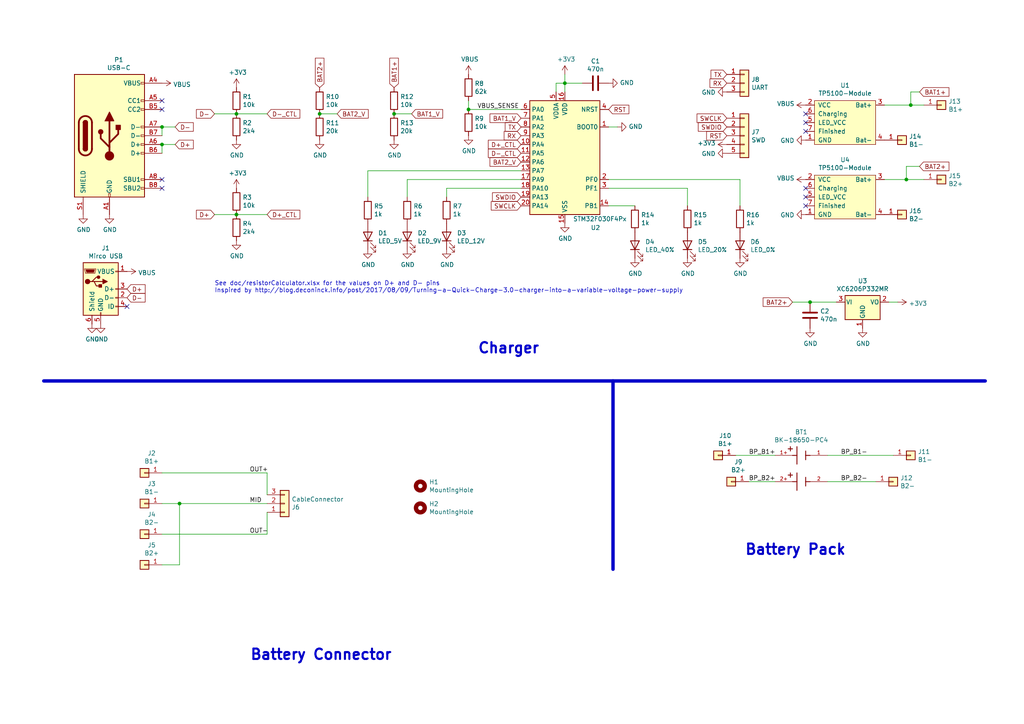
<source format=kicad_sch>
(kicad_sch (version 20231120) (generator "eeschema") (generator_version "8.99")
  (paper "A4")
  (lib_symbols
    (symbol "Connector:USB_B_Micro" (pin_names (offset 1.016))
      (property "Reference" "J" (at -5.08 11.43 0))
      (property "Value" "USB_B_Micro" (at -5.08 8.89 0))
      (symbol "USB_B_Micro_0_1"
        (rectangle (start -5.08 -7.62) (end 5.08 7.62) (stroke (width 0.254)) (fill (type background)))
        (circle (center -3.81 2.159) (radius 0.635) (stroke (width 0.254)) (fill (type outline)))
        (circle (center -0.635 3.429) (radius 0.381) (stroke (width 0.254)) (fill (type outline)))
        (rectangle (start -0.127 -7.62) (end 0.127 -6.858))
        (polyline (pts (xy -1.905 2.159) (xy 0.635 2.159)) (stroke (width 0.254)))
        (polyline (pts (xy -3.175 2.159) (xy -2.54 2.159) (xy -1.27 3.429) (xy -0.635 3.429)) (stroke (width 0.254)))
        (polyline (pts (xy -2.54 2.159) (xy -1.905 2.159) (xy -1.27 0.889) (xy 0 0.889)) (stroke (width 0.254)))
        (polyline (pts (xy 0.635 2.794) (xy 0.635 1.524) (xy 1.905 2.159) (xy 0.635 2.794)) (stroke (width 0.254)) (fill (type outline)))
        (polyline (pts (xy -4.318 5.588) (xy -1.778 5.588) (xy -2.032 4.826) (xy -4.064 4.826) (xy -4.318 5.588)) (fill (type outline)))
        (polyline (pts (xy -4.699 5.842) (xy -4.699 5.588) (xy -4.445 4.826) (xy -4.445 4.572) (xy -1.651 4.572) (xy -1.651 4.826) (xy -1.397 5.588) (xy -1.397 5.842) (xy -4.699 5.842)))
        (rectangle (start 0.254 1.27) (end -0.508 0.508) (stroke (width 0.254)) (fill (type outline)))
        (rectangle (start 5.08 -5.207) (end 4.318 -4.953))
        (rectangle (start 5.08 -2.667) (end 4.318 -2.413))
        (rectangle (start 5.08 -0.127) (end 4.318 0.127))
        (rectangle (start 5.08 4.953) (end 4.318 5.207))
      )
      (symbol "USB_B_Micro_1_1"
        (pin power_out line (at 7.62 5.08 180) (length 2.54) (name "VBUS") (number "1"))
        (pin bidirectional line (at 7.62 -2.54 180) (length 2.54) (name "D-") (number "2"))
        (pin bidirectional line (at 7.62 0 180) (length 2.54) (name "D+") (number "3"))
        (pin passive line (at 7.62 -5.08 180) (length 2.54) (name "ID") (number "4"))
        (pin power_out line (at 0 -10.16 90) (length 2.54) (name "GND") (number "5"))
        (pin passive line (at -2.54 -10.16 90) (length 2.54) (name "Shield") (number "6"))
      )
    )
    (symbol "Connector:USB_C_Receptacle_USB2.0" (pin_names (offset 1.016))
      (property "Reference" "J" (at -10.16 19.05 0))
      (property "Value" "USB_C_Receptacle_USB2.0" (at 19.05 19.05 0))
      (symbol "USB_C_Receptacle_USB2.0_0_0"
        (rectangle (start -0.254 -17.78) (end 0.254 -16.764))
        (rectangle (start 10.16 -14.986) (end 9.144 -15.494))
        (rectangle (start 10.16 -12.446) (end 9.144 -12.954))
        (rectangle (start 10.16 -4.826) (end 9.144 -5.334))
        (rectangle (start 10.16 -2.286) (end 9.144 -2.794))
        (rectangle (start 10.16 0.254) (end 9.144 -0.254))
        (rectangle (start 10.16 2.794) (end 9.144 2.286))
        (rectangle (start 10.16 7.874) (end 9.144 7.366))
        (rectangle (start 10.16 10.414) (end 9.144 9.906))
        (rectangle (start 10.16 15.494) (end 9.144 14.986))
      )
      (symbol "USB_C_Receptacle_USB2.0_0_1"
        (rectangle (start -10.16 17.78) (end 10.16 -17.78) (stroke (width 0.254)) (fill (type background)))
        (arc (start -8.89 -3.81) (mid -6.985 -5.7067) (end -5.08 -3.81) (stroke (width 0.508)))
        (arc (start -7.62 -3.81) (mid -6.985 -4.4423) (end -6.35 -3.81) (stroke (width 0.254)))
        (arc (start -7.62 -3.81) (mid -6.985 -4.4423) (end -6.35 -3.81) (stroke (width 0.254)) (fill (type outline)))
        (rectangle (start -7.62 -3.81) (end -6.35 3.81) (stroke (width 0.254)) (fill (type outline)))
        (arc (start -6.35 3.81) (mid -6.985 4.4423) (end -7.62 3.81) (stroke (width 0.254)))
        (arc (start -6.35 3.81) (mid -6.985 4.4423) (end -7.62 3.81) (stroke (width 0.254)) (fill (type outline)))
        (arc (start -5.08 3.81) (mid -6.985 5.7067) (end -8.89 3.81) (stroke (width 0.508)))
        (circle (center -2.54 1.143) (radius 0.635) (stroke (width 0.254)) (fill (type outline)))
        (circle (center 0 -5.842) (radius 1.27) (fill (type outline)))
        (polyline (pts (xy -8.89 -3.81) (xy -8.89 3.81)) (stroke (width 0.508)))
        (polyline (pts (xy -5.08 3.81) (xy -5.08 -3.81)) (stroke (width 0.508)))
        (polyline (pts (xy 0 -5.842) (xy 0 4.318)) (stroke (width 0.508)))
        (polyline (pts (xy 0 -3.302) (xy -2.54 -0.762) (xy -2.54 0.508)) (stroke (width 0.508)))
        (polyline (pts (xy 0 -2.032) (xy 2.54 0.508) (xy 2.54 1.778)) (stroke (width 0.508)))
        (polyline (pts (xy -1.27 4.318) (xy 0 6.858) (xy 1.27 4.318) (xy -1.27 4.318)) (stroke (width 0.254)) (fill (type outline)))
        (rectangle (start 1.905 1.778) (end 3.175 3.048) (stroke (width 0.254)) (fill (type outline)))
      )
      (symbol "USB_C_Receptacle_USB2.0_1_1"
        (pin passive line (at 0 -22.86 90) (length 5.08) (name "GND") (number "A1"))
        (pin passive line (at 0 -22.86 90) (length 5.08) hide (name "GND") (number "A12"))
        (pin passive line (at 15.24 15.24 180) (length 5.08) (name "VBUS") (number "A4"))
        (pin bidirectional line (at 15.24 10.16 180) (length 5.08) (name "CC1") (number "A5"))
        (pin bidirectional line (at 15.24 -2.54 180) (length 5.08) (name "D+") (number "A6"))
        (pin bidirectional line (at 15.24 2.54 180) (length 5.08) (name "D-") (number "A7"))
        (pin bidirectional line (at 15.24 -12.7 180) (length 5.08) (name "SBU1") (number "A8"))
        (pin passive line (at 15.24 15.24 180) (length 5.08) hide (name "VBUS") (number "A9"))
        (pin passive line (at 0 -22.86 90) (length 5.08) hide (name "GND") (number "B1"))
        (pin passive line (at 0 -22.86 90) (length 5.08) hide (name "GND") (number "B12"))
        (pin passive line (at 15.24 15.24 180) (length 5.08) hide (name "VBUS") (number "B4"))
        (pin bidirectional line (at 15.24 7.62 180) (length 5.08) (name "CC2") (number "B5"))
        (pin bidirectional line (at 15.24 -5.08 180) (length 5.08) (name "D+") (number "B6"))
        (pin bidirectional line (at 15.24 0 180) (length 5.08) (name "D-") (number "B7"))
        (pin bidirectional line (at 15.24 -15.24 180) (length 5.08) (name "SBU2") (number "B8"))
        (pin passive line (at 15.24 15.24 180) (length 5.08) hide (name "VBUS") (number "B9"))
        (pin passive line (at -7.62 -22.86 90) (length 5.08) (name "SHIELD") (number "S1"))
      )
    )
    (symbol "Connector_Generic:Conn_01x01" (pin_names (offset 1.016) hide)
      (property "Reference" "J" (at 0 2.54 0))
      (property "Value" "Conn_01x01" (at 0 -2.54 0))
      (symbol "Conn_01x01_1_1"
        (rectangle (start -1.27 0.127) (end 0 -0.127) (stroke (width 0.1524)))
        (rectangle (start -1.27 1.27) (end 1.27 -1.27) (stroke (width 0.254)) (fill (type background)))
        (pin passive line (at -5.08 0 0) (length 3.81) (name "Pin_1") (number "1"))
      )
    )
    (symbol "Connector_Generic:Conn_01x03" (pin_names (offset 1.016) hide)
      (property "Reference" "J" (at 0 5.08 0))
      (property "Value" "Conn_01x03" (at 0 -5.08 0))
      (symbol "Conn_01x03_1_1"
        (rectangle (start -1.27 -2.413) (end 0 -2.667) (stroke (width 0.1524)))
        (rectangle (start -1.27 0.127) (end 0 -0.127) (stroke (width 0.1524)))
        (rectangle (start -1.27 2.667) (end 0 2.413) (stroke (width 0.1524)))
        (rectangle (start -1.27 3.81) (end 1.27 -3.81) (stroke (width 0.254)) (fill (type background)))
        (pin passive line (at -5.08 2.54 0) (length 3.81) (name "Pin_1") (number "1"))
        (pin passive line (at -5.08 0 0) (length 3.81) (name "Pin_2") (number "2"))
        (pin passive line (at -5.08 -2.54 0) (length 3.81) (name "Pin_3") (number "3"))
      )
    )
    (symbol "Connector_Generic:Conn_01x05" (pin_names (offset 1.016) hide)
      (property "Reference" "J" (at 0 7.62 0))
      (property "Value" "Conn_01x05" (at 0 -7.62 0))
      (symbol "Conn_01x05_1_1"
        (rectangle (start -1.27 -4.953) (end 0 -5.207) (stroke (width 0.1524)))
        (rectangle (start -1.27 -2.413) (end 0 -2.667) (stroke (width 0.1524)))
        (rectangle (start -1.27 0.127) (end 0 -0.127) (stroke (width 0.1524)))
        (rectangle (start -1.27 2.667) (end 0 2.413) (stroke (width 0.1524)))
        (rectangle (start -1.27 5.207) (end 0 4.953) (stroke (width 0.1524)))
        (rectangle (start -1.27 6.35) (end 1.27 -6.35) (stroke (width 0.254)) (fill (type background)))
        (pin passive line (at -5.08 5.08 0) (length 3.81) (name "Pin_1") (number "1"))
        (pin passive line (at -5.08 2.54 0) (length 3.81) (name "Pin_2") (number "2"))
        (pin passive line (at -5.08 0 0) (length 3.81) (name "Pin_3") (number "3"))
        (pin passive line (at -5.08 -2.54 0) (length 3.81) (name "Pin_4") (number "4"))
        (pin passive line (at -5.08 -5.08 0) (length 3.81) (name "Pin_5") (number "5"))
      )
    )
    (symbol "Device:C" (pin_numbers hide) (pin_names (offset 0.254))
      (property "Reference" "C" (at 0.635 2.54 0))
      (property "Value" "C" (at 0.635 -2.54 0))
      (symbol "C_0_1"
        (polyline (pts (xy -2.032 -0.762) (xy 2.032 -0.762)) (stroke (width 0.508)))
        (polyline (pts (xy -2.032 0.762) (xy 2.032 0.762)) (stroke (width 0.508)))
      )
      (symbol "C_1_1"
        (pin passive line (at 0 3.81 270) (length 2.794) (name "~") (number "1"))
        (pin passive line (at 0 -3.81 90) (length 2.794) (name "~") (number "2"))
      )
    )
    (symbol "Device:LED" (pin_numbers hide) (pin_names (offset 1.016) hide)
      (property "Reference" "D" (at 0 2.54 0))
      (property "Value" "LED" (at 0 -2.54 0))
      (symbol "LED_0_1"
        (polyline (pts (xy -1.27 -1.27) (xy -1.27 1.27)) (stroke (width 0.254)))
        (polyline (pts (xy -1.27 0) (xy 1.27 0)))
        (polyline (pts (xy 1.27 -1.27) (xy 1.27 1.27) (xy -1.27 0) (xy 1.27 -1.27)) (stroke (width 0.254)))
        (polyline (pts (xy -3.048 -0.762) (xy -4.572 -2.286) (xy -3.81 -2.286) (xy -4.572 -2.286) (xy -4.572 -1.524)))
        (polyline (pts (xy -1.778 -0.762) (xy -3.302 -2.286) (xy -2.54 -2.286) (xy -3.302 -2.286) (xy -3.302 -1.524)))
      )
      (symbol "LED_1_1"
        (pin passive line (at -3.81 0 0) (length 2.54) (name "K") (number "1"))
        (pin passive line (at 3.81 0 180) (length 2.54) (name "A") (number "2"))
      )
    )
    (symbol "Device:R" (pin_numbers hide) (pin_names (offset 0))
      (property "Reference" "R" (at 2.032 0 90))
      (property "Value" "R" (at 0 0 90))
      (symbol "R_0_1"
        (rectangle (start -1.016 -2.54) (end 1.016 2.54) (stroke (width 0.254)))
      )
      (symbol "R_1_1"
        (pin passive line (at 0 3.81 270) (length 1.27) (name "~") (number "1"))
        (pin passive line (at 0 -3.81 90) (length 1.27) (name "~") (number "2"))
      )
    )
    (symbol "MCU_ST_STM32F0:STM32F030F4Px"
      (property "Reference" "U" (at -10.16 16.51 0))
      (property "Value" "STM32F030F4Px" (at 5.08 16.51 0))
      (symbol "STM32F030F4Px_0_1"
        (rectangle (start -10.16 -17.78) (end 10.16 15.24) (stroke (width 0.254)) (fill (type background)))
      )
      (symbol "STM32F030F4Px_1_1"
        (pin input line (at -12.7 7.62 0) (length 2.54) (name "BOOT0") (number "1"))
        (pin bidirectional line (at 12.7 2.54 180) (length 2.54) (name "PA4") (number "10"))
        (pin bidirectional line (at 12.7 0 180) (length 2.54) (name "PA5") (number "11"))
        (pin bidirectional line (at 12.7 -2.54 180) (length 2.54) (name "PA6") (number "12"))
        (pin bidirectional line (at 12.7 -5.08 180) (length 2.54) (name "PA7") (number "13"))
        (pin bidirectional line (at -12.7 -15.24 0) (length 2.54) (name "PB1") (number "14"))
        (pin power_in line (at 0 -20.32 90) (length 2.54) (name "VSS") (number "15"))
        (pin power_in line (at 0 17.78 270) (length 2.54) (name "VDD") (number "16"))
        (pin bidirectional line (at 12.7 -7.62 180) (length 2.54) (name "PA9") (number "17"))
        (pin bidirectional line (at 12.7 -10.16 180) (length 2.54) (name "PA10") (number "18"))
        (pin bidirectional line (at 12.7 -12.7 180) (length 2.54) (name "PA13") (number "19"))
        (pin input line (at -12.7 -7.62 0) (length 2.54) (name "PF0") (number "2"))
        (pin bidirectional line (at 12.7 -15.24 180) (length 2.54) (name "PA14") (number "20"))
        (pin input line (at -12.7 -10.16 0) (length 2.54) (name "PF1") (number "3"))
        (pin input line (at -12.7 12.7 0) (length 2.54) (name "NRST") (number "4"))
        (pin power_in line (at 2.54 17.78 270) (length 2.54) (name "VDDA") (number "5"))
        (pin bidirectional line (at 12.7 12.7 180) (length 2.54) (name "PA0") (number "6"))
        (pin bidirectional line (at 12.7 10.16 180) (length 2.54) (name "PA1") (number "7"))
        (pin bidirectional line (at 12.7 7.62 180) (length 2.54) (name "PA2") (number "8"))
        (pin bidirectional line (at 12.7 5.08 180) (length 2.54) (name "PA3") (number "9"))
      )
    )
    (symbol "Mechanical:MountingHole" (pin_names (offset 1.016))
      (property "Reference" "H" (at 0 5.08 0))
      (property "Value" "MountingHole" (at 0 3.175 0))
      (symbol "MountingHole_0_1"
        (circle (center 0 0) (radius 1.27) (stroke (width 1.27)))
      )
    )
    (symbol "Regulator_Linear:XC6206PxxxMR" (pin_names (offset 0.254))
      (property "Reference" "U" (at -3.81 3.175 0))
      (property "Value" "XC6206PxxxMR" (at 0 3.175 0))
      (symbol "XC6206PxxxMR_0_1"
        (rectangle (start -5.08 1.905) (end 5.08 -5.08) (stroke (width 0.254)) (fill (type background)))
      )
      (symbol "XC6206PxxxMR_1_1"
        (pin power_in line (at 0 -7.62 90) (length 2.54) (name "GND") (number "1"))
        (pin power_out line (at 7.62 0 180) (length 2.54) (name "VO") (number "2"))
        (pin power_in line (at -7.62 0 0) (length 2.54) (name "VI") (number "3"))
      )
    )
    (symbol "batteryPack:BK-18650-PC4" (pin_names (offset 1.016) hide)
      (property "Reference" "BT" (at -3.81 6.35 0))
      (property "Value" "BK-18650-PC4" (at -3.81 -10.16 0))
      (symbol "BK-18650-PC4_0_0"
        (polyline (pts (xy -3.81 -3.175) (xy -2.54 -3.175)) (stroke (width 0.254)))
        (polyline (pts (xy -3.81 4.445) (xy -2.54 4.445)) (stroke (width 0.254)))
        (polyline (pts (xy -3.175 -2.54) (xy -3.175 -3.81)) (stroke (width 0.254)))
        (polyline (pts (xy -3.175 5.08) (xy -3.175 3.81)) (stroke (width 0.254)))
        (polyline (pts (xy -1.27 -5.08) (xy -2.54 -5.08)) (stroke (width 0.254)))
        (polyline (pts (xy -1.27 -5.08) (xy -1.27 -7.62)) (stroke (width 0.254)))
        (polyline (pts (xy -1.27 -2.54) (xy -1.27 -5.08)) (stroke (width 0.254)))
        (polyline (pts (xy -1.27 2.54) (xy -2.54 2.54)) (stroke (width 0.254)))
        (polyline (pts (xy -1.27 2.54) (xy -1.27 0)) (stroke (width 0.254)))
        (polyline (pts (xy -1.27 5.08) (xy -1.27 2.54)) (stroke (width 0.254)))
        (polyline (pts (xy 1.27 -5.08) (xy 1.27 -6.35)) (stroke (width 0.254)))
        (polyline (pts (xy 1.27 -5.08) (xy 2.54 -5.08)) (stroke (width 0.254)))
        (polyline (pts (xy 1.27 -3.81) (xy 1.27 -5.08)) (stroke (width 0.254)))
        (polyline (pts (xy 1.27 2.54) (xy 1.27 1.27)) (stroke (width 0.254)))
        (polyline (pts (xy 1.27 2.54) (xy 2.54 2.54)) (stroke (width 0.254)))
        (polyline (pts (xy 1.27 3.81) (xy 1.27 2.54)) (stroke (width 0.254)))
        (pin passive line (at 7.62 2.54 180) (length 5.08) (name "1-") (number "1"))
        (pin passive line (at -7.62 2.54 0) (length 5.08) (name "1+") (number "1+"))
        (pin passive line (at 7.62 -5.08 180) (length 5.08) (name "2-") (number "2"))
        (pin passive line (at -7.62 -5.08 0) (length 5.08) (name "2+") (number "2+"))
      )
    )
    (symbol "batteryPack:TP5100-Module" (pin_names (offset 1.016))
      (property "Reference" "U" (at 0 7.62 0))
      (property "Value" "TP5100-Module" (at 0 -7.62 0))
      (symbol "TP5100-Module_0_1"
        (rectangle (start 8.89 6.35) (end -8.89 -6.35) (fill (type background)))
      )
      (symbol "TP5100-Module_1_0"
        (pin power_out line (at 11.43 -5.08 180) (length 2.54) (name "Bat-") (number "4"))
      )
      (symbol "TP5100-Module_1_1"
        (pin power_in line (at -11.43 -5.08 0) (length 2.54) (name "GND") (number "1"))
        (pin power_in line (at -11.43 5.08 0) (length 2.54) (name "VCC") (number "2"))
        (pin power_out line (at 11.43 5.08 180) (length 2.54) (name "Bat+") (number "3"))
        (pin output line (at -11.43 0 0) (length 2.54) (name "LED_VCC") (number "5"))
        (pin open_collector line (at -11.43 2.54 0) (length 2.54) (name "Charging") (number "6"))
        (pin open_collector line (at -11.43 -2.54 0) (length 2.54) (name "Finished") (number "7"))
      )
    )
    (symbol "power:+3V3" (power) (pin_names (offset 0))
      (property "Value" "+3V3" (at 0 3.556 0))
      (symbol "+3V3_0_1"
        (polyline (pts (xy -0.762 1.27) (xy 0 2.54)))
        (polyline (pts (xy 0 0) (xy 0 2.54)))
        (polyline (pts (xy 0 2.54) (xy 0.762 1.27)))
      )
      (symbol "+3V3_1_1"
        (pin power_in line (at 0 0 90) (length 0) hide (name "+3V3") (number "1"))
      )
    )
    (symbol "power:GND" (power) (pin_names (offset 0))
      (property "Value" "GND" (at 0 -3.81 0))
      (symbol "GND_0_1"
        (polyline (pts (xy 0 0) (xy 0 -1.27) (xy 1.27 -1.27) (xy 0 -2.54) (xy -1.27 -1.27) (xy 0 -1.27)))
      )
      (symbol "GND_1_1"
        (pin power_in line (at 0 0 270) (length 0) hide (name "GND") (number "1"))
      )
    )
    (symbol "power:VBUS" (power) (pin_names (offset 0))
      (property "Value" "VBUS" (at 0 3.81 0))
      (symbol "VBUS_0_1"
        (polyline (pts (xy -0.762 1.27) (xy 0 2.54)))
        (polyline (pts (xy 0 0) (xy 0 2.54)))
        (polyline (pts (xy 0 2.54) (xy 0.762 1.27)))
      )
      (symbol "VBUS_1_1"
        (pin power_in line (at 0 0 90) (length 0) hide (name "VBUS") (number "1"))
      )
    )
  )
  (junction (at 114.3 33.02))
  (junction (at 262.89 52.07))
  (junction (at 234.95 87.63))
  (junction (at 46.99 36.83))
  (junction (at 92.71 33.02))
  (junction (at 46.99 41.91))
  (junction (at 52.07 146.05))
  (junction (at 68.58 62.23))
  (junction (at 68.58 33.02))
  (junction (at 163.83 24.13))
  (junction (at 264.16 30.48))
  (junction (at 135.89 31.75))
  (no_connect (at 46.99 52.07))
  (no_connect (at 233.68 35.56))
  (no_connect (at 233.68 38.1))
  (no_connect (at 233.68 33.02))
  (no_connect (at 233.68 54.61))
  (no_connect (at 46.99 54.61))
  (no_connect (at 46.99 31.75))
  (no_connect (at 46.99 29.21))
  (no_connect (at 233.68 59.69))
  (no_connect (at 233.68 57.15))
  (no_connect (at 36.83 88.9))
  (wire (pts (xy 266.7 48.26) (xy 262.89 48.26)))
  (wire (pts (xy 163.83 26.67) (xy 163.83 24.13)))
  (wire (pts (xy 106.68 49.53) (xy 106.68 57.15)))
  (wire (pts (xy 176.53 52.07) (xy 214.63 52.07)))
  (wire (pts (xy 151.13 49.53) (xy 106.68 49.53)))
  (wire (pts (xy 151.13 52.07) (xy 118.11 52.07)))
  (wire (pts (xy 46.99 154.94) (xy 77.47 154.94)))
  (wire (pts (xy 46.99 44.45) (xy 46.99 41.91)))
  (wire (pts (xy 46.99 39.37) (xy 46.99 36.83)))
  (wire (pts (xy 199.39 54.61) (xy 199.39 59.69)))
  (wire (pts (xy 163.83 21.59) (xy 163.83 24.13)))
  (wire (pts (xy 267.97 30.48) (xy 264.16 30.48)))
  (wire (pts (xy 262.89 48.26) (xy 262.89 52.07)))
  (wire (pts (xy 46.99 146.05) (xy 52.07 146.05)))
  (wire (pts (xy 163.83 24.13) (xy 161.29 24.13)))
  (wire (pts (xy 234.95 87.63) (xy 229.87 87.63)))
  (wire (pts (xy 224.79 139.7) (xy 217.17 139.7)))
  (wire (pts (xy 119.38 33.02) (xy 114.3 33.02)))
  (wire (pts (xy 118.11 52.07) (xy 118.11 57.15)))
  (wire (pts (xy 184.15 59.69) (xy 176.53 59.69)))
  (wire (pts (xy 97.79 33.02) (xy 92.71 33.02)))
  (wire (pts (xy 77.47 148.59) (xy 77.47 154.94)))
  (wire (pts (xy 77.47 146.05) (xy 52.07 146.05)))
  (wire (pts (xy 224.79 132.08) (xy 213.36 132.08)))
  (wire (pts (xy 68.58 62.23) (xy 77.47 62.23)))
  (wire (pts (xy 262.89 52.07) (xy 256.54 52.07)))
  (wire (pts (xy 242.57 87.63) (xy 234.95 87.63)))
  (wire (pts (xy 50.8 41.91) (xy 46.99 41.91)))
  (wire (pts (xy 214.63 52.07) (xy 214.63 59.69)))
  (wire (pts (xy 259.08 132.08) (xy 240.03 132.08)))
  (wire (pts (xy 77.47 137.16) (xy 77.47 143.51)))
  (wire (pts (xy 68.58 33.02) (xy 77.47 33.02)))
  (polyline (pts (xy 177.8 165.1) (xy 177.8 110.49)) (stroke (width 0.9906)))
  (wire (pts (xy 52.07 163.83) (xy 46.99 163.83)))
  (polyline (pts (xy 12.7 110.49) (xy 285.75 110.49)) (stroke (width 0.9906)))
  (wire (pts (xy 260.35 87.63) (xy 257.81 87.63)))
  (wire (pts (xy 264.16 26.67) (xy 264.16 30.48)))
  (wire (pts (xy 161.29 24.13) (xy 161.29 26.67)))
  (wire (pts (xy 135.89 31.75) (xy 151.13 31.75)))
  (wire (pts (xy 267.97 52.07) (xy 262.89 52.07)))
  (wire (pts (xy 168.91 24.13) (xy 163.83 24.13)))
  (wire (pts (xy 254 139.7) (xy 240.03 139.7)))
  (wire (pts (xy 179.07 36.83) (xy 176.53 36.83)))
  (wire (pts (xy 50.8 36.83) (xy 46.99 36.83)))
  (wire (pts (xy 266.7 26.67) (xy 264.16 26.67)))
  (wire (pts (xy 135.89 29.21) (xy 135.89 31.75)))
  (wire (pts (xy 52.07 146.05) (xy 52.07 163.83)))
  (wire (pts (xy 129.54 54.61) (xy 129.54 57.15)))
  (wire (pts (xy 151.13 54.61) (xy 129.54 54.61)))
  (wire (pts (xy 68.58 62.23) (xy 62.23 62.23)))
  (wire (pts (xy 264.16 30.48) (xy 256.54 30.48)))
  (wire (pts (xy 46.99 137.16) (xy 77.47 137.16)))
  (wire (pts (xy 176.53 54.61) (xy 199.39 54.61)))
  (wire (pts (xy 68.58 33.02) (xy 62.23 33.02)))
  (text "See doc/resistorCalculator.xlsx for the values on D+ and D- pins\nInspired by http://blog.deconinck.info/post/2017/08/09/Turning-a-Quick-Charge-3.0-charger-into-a-variable-voltage-power-supply" (at 62.23 85.09 0) (effects (font (size 1.27 1.27)) (justify left bottom)))
  (text "Battery Pack" (at 215.9 161.29 0) (effects (font (size 2.9972 2.9972) (thickness 0.5994) (bold yes)) (justify left bottom)))
  (text "Charger" (at 138.43 102.87 0) (effects (font (size 2.9972 2.9972) (thickness 0.5994) (bold yes)) (justify left bottom)))
  (text "Battery Connector" (at 72.39 191.77 0) (effects (font (size 2.9972 2.9972) (thickness 0.5994) (bold yes)) (justify left bottom)))
  (label "MID" (at 72.39 146.05 0))
  (label "OUT-" (at 72.39 154.94 0))
  (label "OUT+" (at 72.39 137.16 0))
  (label "BP_B1-" (at 243.84 132.08 0))
  (label "BP_B1+" (at 217.17 132.08 0))
  (label "BP_B2+" (at 217.17 139.7 0))
  (label "BP_B2-" (at 243.84 139.7 0))
  (label "VBUS_SENSE" (at 138.43 31.75 0))
  (global_label "BAT2+" (shape input) (at 92.71 25.4 90) (property "Intersheetrefs" "${INTERSHEET_REFS}" (effects (hide yes))) (property "Referencias entre hojas" "${INTERSHEET_REFS}" (effects (hide yes))))
  (global_label "D-" (shape input) (at 62.23 33.02 180) (property "Intersheetrefs" "${INTERSHEET_REFS}" (effects (hide yes))) (property "Referencias entre hojas" "${INTERSHEET_REFS}" (effects (hide yes))))
  (global_label "D-" (shape input) (at 36.83 86.36 0) (property "Intersheetrefs" "${INTERSHEET_REFS}" (effects (hide yes))) (property "Referencias entre hojas" "${INTERSHEET_REFS}" (effects (hide yes))))
  (global_label "D-_CTL" (shape input) (at 77.47 33.02 0) (property "Intersheetrefs" "${INTERSHEET_REFS}" (effects (hide yes))) (property "Referencias entre hojas" "${INTERSHEET_REFS}" (effects (hide yes))))
  (global_label "BAT2+" (shape input) (at 266.7 48.26 0) (property "Intersheetrefs" "${INTERSHEET_REFS}" (effects (hide yes))) (property "Referencias entre hojas" "${INTERSHEET_REFS}" (effects (hide yes))))
  (global_label "BAT2_V" (shape input) (at 97.79 33.02 0) (property "Intersheetrefs" "${INTERSHEET_REFS}" (effects (hide yes))) (property "Referencias entre hojas" "${INTERSHEET_REFS}" (effects (hide yes))))
  (global_label "D+" (shape input) (at 62.23 62.23 180) (property "Intersheetrefs" "${INTERSHEET_REFS}" (effects (hide yes))) (property "Referencias entre hojas" "${INTERSHEET_REFS}" (effects (hide yes))))
  (global_label "D+" (shape input) (at 36.83 83.82 0) (property "Intersheetrefs" "${INTERSHEET_REFS}" (effects (hide yes))) (property "Referencias entre hojas" "${INTERSHEET_REFS}" (effects (hide yes))))
  (global_label "SWCLK" (shape input) (at 151.13 59.69 180) (property "Intersheetrefs" "${INTERSHEET_REFS}" (effects (hide yes))) (property "Referencias entre hojas" "${INTERSHEET_REFS}" (effects (hide yes))))
  (global_label "SWDIO" (shape input) (at 210.82 36.83 180) (property "Intersheetrefs" "${INTERSHEET_REFS}" (effects (hide yes))) (property "Referencias entre hojas" "${INTERSHEET_REFS}" (effects (hide yes))))
  (global_label "SWCLK" (shape input) (at 210.82 34.29 180) (property "Intersheetrefs" "${INTERSHEET_REFS}" (effects (hide yes))) (property "Referencias entre hojas" "${INTERSHEET_REFS}" (effects (hide yes))))
  (global_label "BAT2_V" (shape input) (at 151.13 46.99 180) (property "Intersheetrefs" "${INTERSHEET_REFS}" (effects (hide yes))) (property "Referencias entre hojas" "${INTERSHEET_REFS}" (effects (hide yes))))
  (global_label "D+_CTL" (shape input) (at 77.47 62.23 0) (property "Intersheetrefs" "${INTERSHEET_REFS}" (effects (hide yes))) (property "Referencias entre hojas" "${INTERSHEET_REFS}" (effects (hide yes))))
  (global_label "RX" (shape input) (at 151.13 39.37 180) (property "Intersheetrefs" "${INTERSHEET_REFS}" (effects (hide yes))) (property "Referencias entre hojas" "${INTERSHEET_REFS}" (effects (hide yes))))
  (global_label "BAT1_V" (shape input) (at 119.38 33.02 0) (property "Intersheetrefs" "${INTERSHEET_REFS}" (effects (hide yes))) (property "Referencias entre hojas" "${INTERSHEET_REFS}" (effects (hide yes))))
  (global_label "TX" (shape input) (at 151.13 36.83 180) (property "Intersheetrefs" "${INTERSHEET_REFS}" (effects (hide yes))) (property "Referencias entre hojas" "${INTERSHEET_REFS}" (effects (hide yes))))
  (global_label "TX" (shape input) (at 210.82 21.59 180) (property "Intersheetrefs" "${INTERSHEET_REFS}" (effects (hide yes))) (property "Referencias entre hojas" "${INTERSHEET_REFS}" (effects (hide yes))))
  (global_label "SWDIO" (shape input) (at 151.13 57.15 180) (property "Intersheetrefs" "${INTERSHEET_REFS}" (effects (hide yes))) (property "Referencias entre hojas" "${INTERSHEET_REFS}" (effects (hide yes))))
  (global_label "D+_CTL" (shape input) (at 151.13 41.91 180) (property "Intersheetrefs" "${INTERSHEET_REFS}" (effects (hide yes))) (property "Referencias entre hojas" "${INTERSHEET_REFS}" (effects (hide yes))))
  (global_label "BAT1+" (shape input) (at 114.3 25.4 90) (property "Intersheetrefs" "${INTERSHEET_REFS}" (effects (hide yes))) (property "Referencias entre hojas" "${INTERSHEET_REFS}" (effects (hide yes))))
  (global_label "RST" (shape input) (at 210.82 39.37 180) (property "Intersheetrefs" "${INTERSHEET_REFS}" (effects (hide yes))) (property "Referencias entre hojas" "${INTERSHEET_REFS}" (effects (hide yes))))
  (global_label "D-_CTL" (shape input) (at 151.13 44.45 180) (property "Intersheetrefs" "${INTERSHEET_REFS}" (effects (hide yes))) (property "Referencias entre hojas" "${INTERSHEET_REFS}" (effects (hide yes))))
  (global_label "BAT1_V" (shape input) (at 151.13 34.29 180) (property "Intersheetrefs" "${INTERSHEET_REFS}" (effects (hide yes))) (property "Referencias entre hojas" "${INTERSHEET_REFS}" (effects (hide yes))))
  (global_label "D-" (shape input) (at 50.8 36.83 0) (property "Intersheetrefs" "${INTERSHEET_REFS}" (effects (hide yes))) (property "Referencias entre hojas" "${INTERSHEET_REFS}" (effects (hide yes))))
  (global_label "BAT1+" (shape input) (at 266.7 26.67 0) (property "Intersheetrefs" "${INTERSHEET_REFS}" (effects (hide yes))) (property "Referencias entre hojas" "${INTERSHEET_REFS}" (effects (hide yes))))
  (global_label "D+" (shape input) (at 50.8 41.91 0) (property "Intersheetrefs" "${INTERSHEET_REFS}" (effects (hide yes))) (property "Referencias entre hojas" "${INTERSHEET_REFS}" (effects (hide yes))))
  (global_label "RST" (shape input) (at 176.53 31.75 0) (property "Intersheetrefs" "${INTERSHEET_REFS}" (effects (hide yes))) (property "Referencias entre hojas" "${INTERSHEET_REFS}" (effects (hide yes))))
  (global_label "BAT2+" (shape input) (at 229.87 87.63 180) (property "Intersheetrefs" "${INTERSHEET_REFS}" (effects (hide yes))) (property "Referencias entre hojas" "${INTERSHEET_REFS}" (effects (hide yes))))
  (global_label "RX" (shape input) (at 210.82 24.13 180) (property "Intersheetrefs" "${INTERSHEET_REFS}" (effects (hide yes))) (property "Referencias entre hojas" "${INTERSHEET_REFS}" (effects (hide yes))))
  (symbol (lib_id "batteryPack:BK-18650-PC4") (at 232.41 134.62 0) (unit 1)
    (property "Reference" "BT1" (at 232.41 125.2982 0))
    (property "Value" "BK-18650-PC4" (at 232.41 127.6096 0))
    (property "Footprint" "BAT_BK-18650-PC4" (effects (hide yes)))
    (property "Datasheet" "Manufacturer Recommendations" (effects (hide yes)))
    (property "Pole4" "21.54 mm" (effects (hide yes)))
    (property "Pole5" "K" (effects (hide yes)))
    (property "Pole6" "MPD" (effects (hide yes)))
  )
  (symbol (lib_id "batteryPack:TP5100-Module") (at 245.11 35.56 0) (unit 1)
    (property "Reference" "U1" (at 245.11 24.765 0))
    (property "Value" "TP5100-Module" (at 245.11 27.0764 0))
    (property "Footprint" "batteryPack:TP5100-Module" (effects (hide yes)))
  )
  (symbol (lib_id "Connector_Generic:Conn_01x01") (at 208.28 132.08 180) (unit 1)
    (property "Reference" "J10" (at 210.3628 126.365 0))
    (property "Value" "B1+" (at 210.3628 128.6764 0))
    (property "Footprint" "batteryPack:2mm_Banana-Socket" (effects (hide yes)))
  )
  (symbol (lib_id "Connector_Generic:Conn_01x01") (at 212.09 139.7 180) (unit 1)
    (property "Reference" "J9" (at 214.1728 133.985 0))
    (property "Value" "B2+" (at 214.1728 136.2964 0))
    (property "Footprint" "batteryPack:2mm_Banana-Socket" (effects (hide yes)))
  )
  (symbol (lib_id "Connector_Generic:Conn_01x01") (at 264.16 132.08 0) (unit 1)
    (property "Reference" "J11" (at 266.192 131.0132 0) (effects (justify left)))
    (property "Value" "B1-" (at 266.192 133.3246 0) (effects (justify left)))
    (property "Footprint" "batteryPack:2mm_Banana-Socket" (effects (hide yes)))
  )
  (symbol (lib_id "Connector_Generic:Conn_01x01") (at 259.08 139.7 0) (unit 1)
    (property "Reference" "J12" (at 261.112 138.6332 0) (effects (justify left)))
    (property "Value" "B2-" (at 261.112 140.9446 0) (effects (justify left)))
    (property "Footprint" "batteryPack:2mm_Banana-Socket" (effects (hide yes)))
  )
  (symbol (lib_id "batteryPack:TP5100-Module") (at 245.11 57.15 0) (unit 1)
    (property "Reference" "U4" (at 245.11 46.355 0))
    (property "Value" "TP5100-Module" (at 245.11 48.6664 0))
    (property "Footprint" "batteryPack:TP5100-Module" (effects (hide yes)))
  )
  (symbol (lib_id "Connector:USB_C_Receptacle_USB2.0") (at 31.75 39.37 0) (unit 1)
    (property "Reference" "P1" (at 34.4678 17.3482 0))
    (property "Value" "USB-C" (at 34.4678 19.6596 0))
    (property "Footprint" "batteryPack:USB_C_Female-16Pin-HPJF" (effects (hide yes)))
    (property "Datasheet" "https://www.usb.org/sites/default/files/documents/usb_type-c.zip" (effects (hide yes)))
  )
  (symbol (lib_id "Connector_Generic:Conn_01x01") (at 273.05 30.48 0) (unit 1)
    (property "Reference" "J13" (at 275.082 29.4132 0) (effects (justify left)))
    (property "Value" "B1+" (at 275.082 31.7246 0) (effects (justify left)))
    (property "Footprint" "batteryPack:2mm_Banana-Plug" (effects (hide yes)))
  )
  (symbol (lib_id "Connector_Generic:Conn_01x01") (at 261.62 40.64 0) (unit 1)
    (property "Reference" "J14" (at 263.652 39.5732 0) (effects (justify left)))
    (property "Value" "B1-" (at 263.652 41.8846 0) (effects (justify left)))
    (property "Footprint" "batteryPack:2mm_Banana-Plug" (effects (hide yes)))
  )
  (symbol (lib_id "Connector_Generic:Conn_01x01") (at 273.05 52.07 0) (unit 1)
    (property "Reference" "J15" (at 275.082 51.0032 0) (effects (justify left)))
    (property "Value" "B2+" (at 275.082 53.3146 0) (effects (justify left)))
    (property "Footprint" "batteryPack:2mm_Banana-Plug" (effects (hide yes)))
  )
  (symbol (lib_id "Connector_Generic:Conn_01x01") (at 261.62 62.23 0) (unit 1)
    (property "Reference" "J16" (at 263.652 61.1632 0) (effects (justify left)))
    (property "Value" "B2-" (at 263.652 63.4746 0) (effects (justify left)))
    (property "Footprint" "batteryPack:2mm_Banana-Plug" (effects (hide yes)))
  )
  (symbol (lib_id "MCU_ST_STM32F0:STM32F030F4Px") (at 163.83 44.45 0) (mirror y) (unit 1)
    (property "Reference" "U2" (at 172.72 66.04 0))
    (property "Value" "STM32F030F4Px" (at 173.99 63.5 0))
    (property "Footprint" "Package_SO:TSSOP-20_4.4x6.5mm_P0.65mm" (effects (hide yes)))
    (property "Datasheet" "http://www.st.com/st-web-ui/static/active/en/resource/technical/document/datasheet/DM00088500.pdf" (effects (hide yes)))
  )
  (symbol (lib_id "power:GND") (at 31.75 62.23 0) (unit 1)
    (property "Reference" "#PWR0101" (effects (hide yes)))
    (property "Value" "GND" (at 31.877 66.6242 0))
  )
  (symbol (lib_id "power:GND") (at 233.68 62.23 270) (unit 1)
    (property "Reference" "#PWR0102" (effects (hide yes)))
    (property "Value" "GND" (at 230.4288 62.357 90) (effects (justify right)))
  )
  (symbol (lib_id "power:GND") (at 233.68 40.64 270) (unit 1)
    (property "Reference" "#PWR0103" (effects (hide yes)))
    (property "Value" "GND" (at 230.4288 40.767 90) (effects (justify right)))
  )
  (symbol (lib_id "power:VBUS") (at 233.68 30.48 90) (unit 1)
    (property "Reference" "#PWR0104" (effects (hide yes)))
    (property "Value" "VBUS" (at 230.4542 30.099 90) (effects (justify left)))
  )
  (symbol (lib_id "power:VBUS") (at 233.68 52.07 90) (unit 1)
    (property "Reference" "#PWR0105" (effects (hide yes)))
    (property "Value" "VBUS" (at 230.4542 51.689 90) (effects (justify left)))
  )
  (symbol (lib_id "power:VBUS") (at 46.99 24.13 270) (unit 1)
    (property "Reference" "#PWR0106" (effects (hide yes)))
    (property "Value" "VBUS" (at 50.2412 24.511 90) (effects (justify left)))
  )
  (symbol (lib_id "Connector:USB_B_Micro") (at 29.21 83.82 0) (unit 1)
    (property "Reference" "J1" (at 30.6578 71.9582 0))
    (property "Value" "Mirco USB" (at 30.6578 74.2696 0))
    (property "Footprint" "Connector_USB:USB_Micro-B_Wuerth_629105150521_CircularHoles" (effects (hide yes)))
  )
  (symbol (lib_id "power:GND") (at 24.13 62.23 0) (unit 1)
    (property "Reference" "#PWR0107" (effects (hide yes)))
    (property "Value" "GND" (at 24.257 66.6242 0))
  )
  (symbol (lib_id "power:GND") (at 29.21 93.98 0) (unit 1)
    (property "Reference" "#PWR0108" (effects (hide yes)))
    (property "Value" "GND" (at 29.337 98.3742 0))
  )
  (symbol (lib_id "power:GND") (at 26.67 93.98 0) (unit 1)
    (property "Reference" "#PWR0109" (effects (hide yes)))
    (property "Value" "GND" (at 26.797 98.3742 0))
  )
  (symbol (lib_id "power:VBUS") (at 36.83 78.74 270) (unit 1)
    (property "Reference" "#PWR0110" (effects (hide yes)))
    (property "Value" "VBUS" (at 40.0812 79.121 90) (effects (justify left)))
  )
  (symbol (lib_id "Connector_Generic:Conn_01x05") (at 215.9 39.37 0) (unit 1)
    (property "Reference" "J7" (at 217.932 38.3032 0) (effects (justify left)))
    (property "Value" "SWD" (at 217.932 40.6146 0) (effects (justify left)))
    (property "Footprint" "Connector_PinHeader_2.54mm:PinHeader_1x05_P2.54mm_Vertical" (effects (hide yes)))
  )
  (symbol (lib_id "Device:C") (at 172.72 24.13 270) (unit 1)
    (property "Reference" "C1" (at 172.72 17.7292 90))
    (property "Value" "470n" (at 172.72 20.0406 90))
    (property "Footprint" "Capacitor_SMD:C_0603_1608Metric_Pad1.05x0.95mm_HandSolder" (effects (hide yes)))
  )
  (symbol (lib_id "power:GND") (at 163.83 64.77 0) (unit 1)
    (property "Reference" "#PWR0111" (effects (hide yes)))
    (property "Value" "GND" (at 163.957 69.1642 0))
  )
  (symbol (lib_id "power:GND") (at 176.53 24.13 90) (unit 1)
    (property "Reference" "#PWR0112" (effects (hide yes)))
    (property "Value" "GND" (at 179.7812 24.003 90) (effects (justify right)))
  )
  (symbol (lib_id "power:GND") (at 179.07 36.83 90) (unit 1)
    (property "Reference" "#PWR0113" (effects (hide yes)))
    (property "Value" "GND" (at 182.3212 36.703 90) (effects (justify right)))
  )
  (symbol (lib_id "power:+3V3") (at 163.83 21.59 0) (unit 1)
    (property "Reference" "#PWR0114" (effects (hide yes)))
    (property "Value" "+3V3" (at 164.211 17.1958 0))
  )
  (symbol (lib_id "power:+3V3") (at 210.82 41.91 90) (unit 1)
    (property "Reference" "#PWR0115" (effects (hide yes)))
    (property "Value" "+3V3" (at 207.5688 41.529 90) (effects (justify left)))
  )
  (symbol (lib_id "power:GND") (at 210.82 44.45 270) (unit 1)
    (property "Reference" "#PWR0116" (effects (hide yes)))
    (property "Value" "GND" (at 207.5688 44.577 90) (effects (justify right)))
  )
  (symbol (lib_id "Connector_Generic:Conn_01x03") (at 215.9 24.13 0) (unit 1)
    (property "Reference" "J8" (at 217.932 23.0632 0) (effects (justify left)))
    (property "Value" "UART" (at 217.932 25.3746 0) (effects (justify left)))
    (property "Footprint" "Connector_PinHeader_2.54mm:PinHeader_1x03_P2.54mm_Vertical" (effects (hide yes)))
  )
  (symbol (lib_id "power:GND") (at 210.82 26.67 270) (unit 1)
    (property "Reference" "#PWR0117" (effects (hide yes)))
    (property "Value" "GND" (at 207.5688 26.797 90) (effects (justify right)))
  )
  (symbol (lib_id "Device:R") (at 135.89 25.4 0) (unit 1)
    (property "Reference" "R8" (at 137.668 24.2316 0) (effects (justify left)))
    (property "Value" "62k" (at 137.668 26.543 0) (effects (justify left)))
    (property "Footprint" "Resistor_SMD:R_0603_1608Metric_Pad1.05x0.95mm_HandSolder" (effects (hide yes)))
  )
  (symbol (lib_id "Device:R") (at 135.89 35.56 0) (unit 1)
    (property "Reference" "R9" (at 137.668 34.3916 0) (effects (justify left)))
    (property "Value" "10k" (at 137.668 36.703 0) (effects (justify left)))
    (property "Footprint" "Resistor_SMD:R_0603_1608Metric_Pad1.05x0.95mm_HandSolder" (effects (hide yes)))
  )
  (symbol (lib_id "power:VBUS") (at 135.89 21.59 0) (unit 1)
    (property "Reference" "#PWR0118" (effects (hide yes)))
    (property "Value" "VBUS" (at 136.271 17.1958 0))
  )
  (symbol (lib_id "power:GND") (at 135.89 39.37 0) (unit 1)
    (property "Reference" "#PWR0119" (effects (hide yes)))
    (property "Value" "GND" (at 136.017 43.7642 0))
  )
  (symbol (lib_id "Device:LED") (at 106.68 68.58 90) (unit 1)
    (property "Reference" "D1" (at 109.6772 67.5894 90) (effects (justify right)))
    (property "Value" "LED_5V" (at 109.6772 69.9008 90) (effects (justify right)))
    (property "Footprint" "LED_SMD:LED_0603_1608Metric_Pad1.05x0.95mm_HandSolder" (effects (hide yes)))
  )
  (symbol (lib_id "Device:LED") (at 118.11 68.58 90) (unit 1)
    (property "Reference" "D2" (at 121.1072 67.5894 90) (effects (justify right)))
    (property "Value" "LED_9V" (at 121.1072 69.9008 90) (effects (justify right)))
    (property "Footprint" "LED_SMD:LED_0603_1608Metric_Pad1.05x0.95mm_HandSolder" (effects (hide yes)))
  )
  (symbol (lib_id "Device:LED") (at 129.54 68.58 90) (unit 1)
    (property "Reference" "D3" (at 132.5372 67.5894 90) (effects (justify right)))
    (property "Value" "LED_12V" (at 132.5372 69.9008 90) (effects (justify right)))
    (property "Footprint" "LED_SMD:LED_0603_1608Metric_Pad1.05x0.95mm_HandSolder" (effects (hide yes)))
  )
  (symbol (lib_id "power:GND") (at 106.68 72.39 0) (unit 1)
    (property "Reference" "#PWR0120" (effects (hide yes)))
    (property "Value" "GND" (at 106.807 76.7842 0))
  )
  (symbol (lib_id "power:GND") (at 118.11 72.39 0) (unit 1)
    (property "Reference" "#PWR0121" (effects (hide yes)))
    (property "Value" "GND" (at 118.237 76.7842 0))
  )
  (symbol (lib_id "power:GND") (at 129.54 72.39 0) (unit 1)
    (property "Reference" "#PWR0122" (effects (hide yes)))
    (property "Value" "GND" (at 129.667 76.7842 0))
  )
  (symbol (lib_id "Device:R") (at 106.68 60.96 0) (unit 1)
    (property "Reference" "R5" (at 108.458 59.7916 0) (effects (justify left)))
    (property "Value" "1k" (at 108.458 62.103 0) (effects (justify left)))
    (property "Footprint" "Resistor_SMD:R_0603_1608Metric_Pad1.05x0.95mm_HandSolder" (effects (hide yes)))
  )
  (symbol (lib_id "Device:R") (at 118.11 60.96 0) (unit 1)
    (property "Reference" "R6" (at 119.888 59.7916 0) (effects (justify left)))
    (property "Value" "1k" (at 119.888 62.103 0) (effects (justify left)))
    (property "Footprint" "Resistor_SMD:R_0603_1608Metric_Pad1.05x0.95mm_HandSolder" (effects (hide yes)))
  )
  (symbol (lib_id "Device:R") (at 129.54 60.96 0) (unit 1)
    (property "Reference" "R7" (at 131.318 59.7916 0) (effects (justify left)))
    (property "Value" "1k" (at 131.318 62.103 0) (effects (justify left)))
    (property "Footprint" "Resistor_SMD:R_0603_1608Metric_Pad1.05x0.95mm_HandSolder" (effects (hide yes)))
  )
  (symbol (lib_id "Device:R") (at 68.58 29.21 0) (unit 1)
    (property "Reference" "R1" (at 70.358 28.0416 0) (effects (justify left)))
    (property "Value" "10k" (at 70.358 30.353 0) (effects (justify left)))
    (property "Footprint" "Resistor_SMD:R_0603_1608Metric_Pad1.05x0.95mm_HandSolder" (effects (hide yes)))
  )
  (symbol (lib_id "Device:R") (at 68.58 36.83 0) (unit 1)
    (property "Reference" "R2" (at 70.358 35.6616 0) (effects (justify left)))
    (property "Value" "2k4" (at 70.358 37.973 0) (effects (justify left)))
    (property "Footprint" "Resistor_SMD:R_0603_1608Metric_Pad1.05x0.95mm_HandSolder" (effects (hide yes)))
  )
  (symbol (lib_id "power:GND") (at 68.58 40.64 0) (unit 1)
    (property "Reference" "#PWR0123" (effects (hide yes)))
    (property "Value" "GND" (at 68.707 45.0342 0))
  )
  (symbol (lib_id "power:+3V3") (at 68.58 25.4 0) (unit 1)
    (property "Reference" "#PWR0124" (effects (hide yes)))
    (property "Value" "+3V3" (at 68.961 21.0058 0))
  )
  (symbol (lib_id "Device:R") (at 68.58 58.42 0) (unit 1)
    (property "Reference" "R3" (at 70.358 57.2516 0) (effects (justify left)))
    (property "Value" "10k" (at 70.358 59.563 0) (effects (justify left)))
    (property "Footprint" "Resistor_SMD:R_0603_1608Metric_Pad1.05x0.95mm_HandSolder" (effects (hide yes)))
  )
  (symbol (lib_id "Device:R") (at 68.58 66.04 0) (unit 1)
    (property "Reference" "R4" (at 70.358 64.8716 0) (effects (justify left)))
    (property "Value" "2k4" (at 70.358 67.183 0) (effects (justify left)))
    (property "Footprint" "Resistor_SMD:R_0603_1608Metric_Pad1.05x0.95mm_HandSolder" (effects (hide yes)))
  )
  (symbol (lib_id "power:GND") (at 68.58 69.85 0) (unit 1)
    (property "Reference" "#PWR0125" (effects (hide yes)))
    (property "Value" "GND" (at 68.707 74.2442 0))
  )
  (symbol (lib_id "power:+3V3") (at 68.58 54.61 0) (unit 1)
    (property "Reference" "#PWR0126" (effects (hide yes)))
    (property "Value" "+3V3" (at 68.961 50.2158 0))
  )
  (symbol (lib_id "power:GND") (at 250.19 95.25 0) (unit 1)
    (property "Reference" "#PWR0127" (effects (hide yes)))
    (property "Value" "GND" (at 250.317 99.6442 0))
  )
  (symbol (lib_id "Device:C") (at 234.95 91.44 180) (unit 1)
    (property "Reference" "C2" (at 237.871 90.2716 0) (effects (justify right)))
    (property "Value" "470n" (at 237.871 92.583 0) (effects (justify right)))
    (property "Footprint" "Capacitor_SMD:C_0603_1608Metric_Pad1.05x0.95mm_HandSolder" (effects (hide yes)))
  )
  (symbol (lib_id "power:+3V3") (at 260.35 87.63 270) (unit 1)
    (property "Reference" "#PWR0129" (effects (hide yes)))
    (property "Value" "+3V3" (at 263.6012 88.011 90) (effects (justify left)))
  )
  (symbol (lib_id "power:GND") (at 234.95 95.25 0) (unit 1)
    (property "Reference" "#PWR0130" (effects (hide yes)))
    (property "Value" "GND" (at 235.077 99.6442 0))
  )
  (symbol (lib_id "Connector_Generic:Conn_01x01") (at 41.91 146.05 180) (unit 1)
    (property "Reference" "J3" (at 43.9928 140.335 0))
    (property "Value" "B1-" (at 43.9928 142.6464 0))
    (property "Footprint" "batteryPack:2mm_Banana-Vertical" (effects (hide yes)))
  )
  (symbol (lib_id "Connector_Generic:Conn_01x01") (at 41.91 137.16 180) (unit 1)
    (property "Reference" "J2" (at 43.9928 131.445 0))
    (property "Value" "B1+" (at 43.9928 133.7564 0))
    (property "Footprint" "batteryPack:2mm_Banana-Vertical" (effects (hide yes)))
  )
  (symbol (lib_id "Connector_Generic:Conn_01x01") (at 41.91 154.94 180) (unit 1)
    (property "Reference" "J4" (at 43.9928 149.225 0))
    (property "Value" "B2-" (at 43.9928 151.5364 0))
    (property "Footprint" "batteryPack:2mm_Banana-Vertical" (effects (hide yes)))
  )
  (symbol (lib_id "Connector_Generic:Conn_01x01") (at 41.91 163.83 180) (unit 1)
    (property "Reference" "J5" (at 43.9928 158.115 0))
    (property "Value" "B2+" (at 43.9928 160.4264 0))
    (property "Footprint" "batteryPack:2mm_Banana-Vertical" (effects (hide yes)))
  )
  (symbol (lib_id "Mechanical:MountingHole") (at 121.92 140.97 0) (unit 1)
    (property "Reference" "H1" (at 124.46 139.8016 0) (effects (justify left)))
    (property "Value" "MountingHole" (at 124.46 142.113 0) (effects (justify left)))
    (property "Footprint" "MountingHole:MountingHole_3.2mm_M3" (effects (hide yes)))
  )
  (symbol (lib_id "Mechanical:MountingHole") (at 121.92 147.32 0) (unit 1)
    (property "Reference" "H2" (at 124.46 146.1516 0) (effects (justify left)))
    (property "Value" "MountingHole" (at 124.46 148.463 0) (effects (justify left)))
    (property "Footprint" "MountingHole:MountingHole_3.2mm_M3" (effects (hide yes)))
  )
  (symbol (lib_id "Connector_Generic:Conn_01x03") (at 82.55 146.05 0) (mirror x) (unit 1)
    (property "Reference" "J6" (at 84.582 147.1168 0) (effects (justify left)))
    (property "Value" "CableConnector" (at 84.582 144.8054 0) (effects (justify left)))
    (property "Footprint" "batteryPack:Terminal_1x03_P5.08mm_Horizontal" (effects (hide yes)))
  )
  (symbol (lib_id "Regulator_Linear:XC6206PxxxMR") (at 250.19 87.63 0) (unit 1)
    (property "Reference" "U3" (at 250.19 81.4832 0))
    (property "Value" "XC6206P332MR" (at 250.19 83.7946 0))
    (property "Footprint" "Package_TO_SOT_SMD:SOT-23" (effects (hide yes)))
    (property "Datasheet" "https://www.torexsemi.com/file/xc6206/XC6206.pdf" (effects (hide yes)))
  )
  (symbol (lib_id "Device:R") (at 114.3 29.21 0) (unit 1)
    (property "Reference" "R12" (at 116.078 28.0416 0) (effects (justify left)))
    (property "Value" "10k" (at 116.078 30.353 0) (effects (justify left)))
    (property "Footprint" "Resistor_SMD:R_0603_1608Metric_Pad1.05x0.95mm_HandSolder" (effects (hide yes)))
  )
  (symbol (lib_id "Device:R") (at 114.3 36.83 0) (unit 1)
    (property "Reference" "R13" (at 116.078 35.6616 0) (effects (justify left)))
    (property "Value" "20k" (at 116.078 37.973 0) (effects (justify left)))
    (property "Footprint" "Resistor_SMD:R_0603_1608Metric_Pad1.05x0.95mm_HandSolder" (effects (hide yes)))
  )
  (symbol (lib_id "power:GND") (at 114.3 40.64 0) (unit 1)
    (property "Reference" "#PWR0128" (effects (hide yes)))
    (property "Value" "GND" (at 114.427 45.0342 0))
  )
  (symbol (lib_id "Device:R") (at 92.71 29.21 0) (unit 1)
    (property "Reference" "R10" (at 94.488 28.0416 0) (effects (justify left)))
    (property "Value" "10k" (at 94.488 30.353 0) (effects (justify left)))
    (property "Footprint" "Resistor_SMD:R_0603_1608Metric_Pad1.05x0.95mm_HandSolder" (effects (hide yes)))
  )
  (symbol (lib_id "Device:R") (at 92.71 36.83 0) (unit 1)
    (property "Reference" "R11" (at 94.488 35.6616 0) (effects (justify left)))
    (property "Value" "20k" (at 94.488 37.973 0) (effects (justify left)))
    (property "Footprint" "Resistor_SMD:R_0603_1608Metric_Pad1.05x0.95mm_HandSolder" (effects (hide yes)))
  )
  (symbol (lib_id "power:GND") (at 92.71 40.64 0) (unit 1)
    (property "Reference" "#PWR0131" (effects (hide yes)))
    (property "Value" "GND" (at 92.837 45.0342 0))
  )
  (symbol (lib_id "Device:LED") (at 184.15 71.12 90) (unit 1)
    (property "Reference" "D4" (at 187.1472 70.1294 90) (effects (justify right)))
    (property "Value" "LED_40%" (at 187.1472 72.4408 90) (effects (justify right)))
    (property "Footprint" "LED_SMD:LED_0603_1608Metric_Pad1.05x0.95mm_HandSolder" (effects (hide yes)))
  )
  (symbol (lib_id "Device:LED") (at 199.39 71.12 90) (unit 1)
    (property "Reference" "D5" (at 202.3872 70.1294 90) (effects (justify right)))
    (property "Value" "LED_20%" (at 202.3872 72.4408 90) (effects (justify right)))
    (property "Footprint" "LED_SMD:LED_0603_1608Metric_Pad1.05x0.95mm_HandSolder" (effects (hide yes)))
  )
  (symbol (lib_id "Device:LED") (at 214.63 71.12 90) (unit 1)
    (property "Reference" "D6" (at 217.6272 70.1294 90) (effects (justify right)))
    (property "Value" "LED_0%" (at 217.6272 72.4408 90) (effects (justify right)))
    (property "Footprint" "LED_SMD:LED_0603_1608Metric_Pad1.05x0.95mm_HandSolder" (effects (hide yes)))
  )
  (symbol (lib_id "Device:R") (at 184.15 63.5 0) (unit 1)
    (property "Reference" "R14" (at 185.928 62.3316 0) (effects (justify left)))
    (property "Value" "1k" (at 185.928 64.643 0) (effects (justify left)))
    (property "Footprint" "Resistor_SMD:R_0603_1608Metric_Pad1.05x0.95mm_HandSolder" (effects (hide yes)))
  )
  (symbol (lib_id "Device:R") (at 199.39 63.5 0) (unit 1)
    (property "Reference" "R15" (at 201.168 62.3316 0) (effects (justify left)))
    (property "Value" "1k" (at 201.168 64.643 0) (effects (justify left)))
    (property "Footprint" "Resistor_SMD:R_0603_1608Metric_Pad1.05x0.95mm_HandSolder" (effects (hide yes)))
  )
  (symbol (lib_id "Device:R") (at 214.63 63.5 0) (unit 1)
    (property "Reference" "R16" (at 216.408 62.3316 0) (effects (justify left)))
    (property "Value" "1k" (at 216.408 64.643 0) (effects (justify left)))
    (property "Footprint" "Resistor_SMD:R_0603_1608Metric_Pad1.05x0.95mm_HandSolder" (effects (hide yes)))
  )
  (symbol (lib_id "power:GND") (at 184.15 74.93 0) (unit 1)
    (property "Reference" "#PWR0132" (effects (hide yes)))
    (property "Value" "GND" (at 184.277 79.3242 0))
  )
  (symbol (lib_id "power:GND") (at 199.39 74.93 0) (unit 1)
    (property "Reference" "#PWR0133" (effects (hide yes)))
    (property "Value" "GND" (at 199.517 79.3242 0))
  )
  (symbol (lib_id "power:GND") (at 214.63 74.93 0) (unit 1)
    (property "Reference" "#PWR0134" (effects (hide yes)))
    (property "Value" "GND" (at 214.757 79.3242 0))
  )
)
</source>
